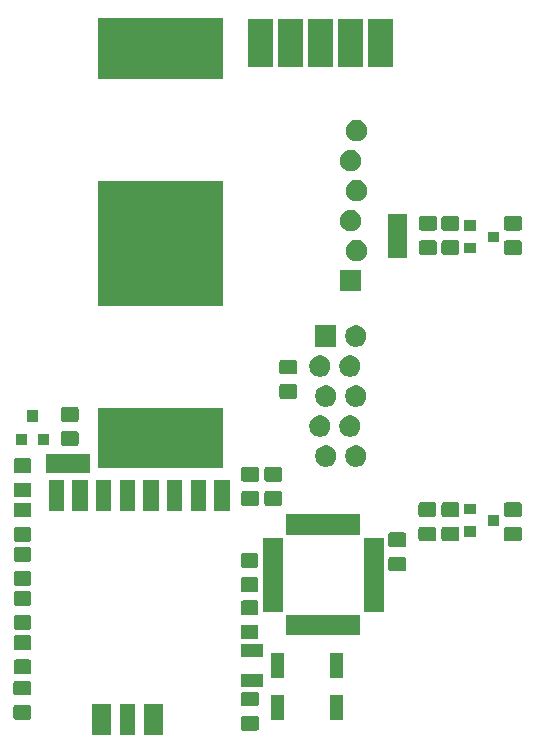
<source format=gts>
G04 #@! TF.GenerationSoftware,KiCad,Pcbnew,(5.1.5)-3*
G04 #@! TF.CreationDate,2020-04-01T21:27:10+02:00*
G04 #@! TF.ProjectId,RHS_3,5248535f-332e-46b6-9963-61645f706362,rev?*
G04 #@! TF.SameCoordinates,Original*
G04 #@! TF.FileFunction,Soldermask,Top*
G04 #@! TF.FilePolarity,Negative*
%FSLAX46Y46*%
G04 Gerber Fmt 4.6, Leading zero omitted, Abs format (unit mm)*
G04 Created by KiCad (PCBNEW (5.1.5)-3) date 2020-04-01 21:27:10*
%MOMM*%
%LPD*%
G04 APERTURE LIST*
%ADD10C,0.100000*%
G04 APERTURE END LIST*
D10*
G36*
X68601000Y-130213000D02*
G01*
X66999000Y-130213000D01*
X66999000Y-127587000D01*
X68601000Y-127587000D01*
X68601000Y-130213000D01*
G37*
G36*
X73001000Y-130213000D02*
G01*
X71399000Y-130213000D01*
X71399000Y-127587000D01*
X73001000Y-127587000D01*
X73001000Y-130213000D01*
G37*
G36*
X70651000Y-130213000D02*
G01*
X69349000Y-130213000D01*
X69349000Y-127587000D01*
X70651000Y-127587000D01*
X70651000Y-130213000D01*
G37*
G36*
X80963674Y-128553465D02*
G01*
X81001367Y-128564899D01*
X81036103Y-128583466D01*
X81066548Y-128608452D01*
X81091534Y-128638897D01*
X81110101Y-128673633D01*
X81121535Y-128711326D01*
X81126000Y-128756661D01*
X81126000Y-129593339D01*
X81121535Y-129638674D01*
X81110101Y-129676367D01*
X81091534Y-129711103D01*
X81066548Y-129741548D01*
X81036103Y-129766534D01*
X81001367Y-129785101D01*
X80963674Y-129796535D01*
X80918339Y-129801000D01*
X79831661Y-129801000D01*
X79786326Y-129796535D01*
X79748633Y-129785101D01*
X79713897Y-129766534D01*
X79683452Y-129741548D01*
X79658466Y-129711103D01*
X79639899Y-129676367D01*
X79628465Y-129638674D01*
X79624000Y-129593339D01*
X79624000Y-128756661D01*
X79628465Y-128711326D01*
X79639899Y-128673633D01*
X79658466Y-128638897D01*
X79683452Y-128608452D01*
X79713897Y-128583466D01*
X79748633Y-128564899D01*
X79786326Y-128553465D01*
X79831661Y-128549000D01*
X80918339Y-128549000D01*
X80963674Y-128553465D01*
G37*
G36*
X83251000Y-128876000D02*
G01*
X82149000Y-128876000D01*
X82149000Y-126774000D01*
X83251000Y-126774000D01*
X83251000Y-128876000D01*
G37*
G36*
X61688674Y-127628465D02*
G01*
X61726367Y-127639899D01*
X61761103Y-127658466D01*
X61791548Y-127683452D01*
X61816534Y-127713897D01*
X61835101Y-127748633D01*
X61846535Y-127786326D01*
X61851000Y-127831661D01*
X61851000Y-128668339D01*
X61846535Y-128713674D01*
X61835101Y-128751367D01*
X61816534Y-128786103D01*
X61791548Y-128816548D01*
X61761103Y-128841534D01*
X61726367Y-128860101D01*
X61688674Y-128871535D01*
X61643339Y-128876000D01*
X60556661Y-128876000D01*
X60511326Y-128871535D01*
X60473633Y-128860101D01*
X60438897Y-128841534D01*
X60408452Y-128816548D01*
X60383466Y-128786103D01*
X60364899Y-128751367D01*
X60353465Y-128713674D01*
X60349000Y-128668339D01*
X60349000Y-127831661D01*
X60353465Y-127786326D01*
X60364899Y-127748633D01*
X60383466Y-127713897D01*
X60408452Y-127683452D01*
X60438897Y-127658466D01*
X60473633Y-127639899D01*
X60511326Y-127628465D01*
X60556661Y-127624000D01*
X61643339Y-127624000D01*
X61688674Y-127628465D01*
G37*
G36*
X88251000Y-128876000D02*
G01*
X87149000Y-128876000D01*
X87149000Y-126774000D01*
X88251000Y-126774000D01*
X88251000Y-128876000D01*
G37*
G36*
X80963674Y-126503465D02*
G01*
X81001367Y-126514899D01*
X81036103Y-126533466D01*
X81066548Y-126558452D01*
X81091534Y-126588897D01*
X81110101Y-126623633D01*
X81121535Y-126661326D01*
X81126000Y-126706661D01*
X81126000Y-127543339D01*
X81121535Y-127588674D01*
X81110101Y-127626367D01*
X81091534Y-127661103D01*
X81066548Y-127691548D01*
X81036103Y-127716534D01*
X81001367Y-127735101D01*
X80963674Y-127746535D01*
X80918339Y-127751000D01*
X79831661Y-127751000D01*
X79786326Y-127746535D01*
X79748633Y-127735101D01*
X79713897Y-127716534D01*
X79683452Y-127691548D01*
X79658466Y-127661103D01*
X79639899Y-127626367D01*
X79628465Y-127588674D01*
X79624000Y-127543339D01*
X79624000Y-126706661D01*
X79628465Y-126661326D01*
X79639899Y-126623633D01*
X79658466Y-126588897D01*
X79683452Y-126558452D01*
X79713897Y-126533466D01*
X79748633Y-126514899D01*
X79786326Y-126503465D01*
X79831661Y-126499000D01*
X80918339Y-126499000D01*
X80963674Y-126503465D01*
G37*
G36*
X61688674Y-125578465D02*
G01*
X61726367Y-125589899D01*
X61761103Y-125608466D01*
X61791548Y-125633452D01*
X61816534Y-125663897D01*
X61835101Y-125698633D01*
X61846535Y-125736326D01*
X61851000Y-125781661D01*
X61851000Y-126618339D01*
X61846535Y-126663674D01*
X61835101Y-126701367D01*
X61816534Y-126736103D01*
X61791548Y-126766548D01*
X61761103Y-126791534D01*
X61726367Y-126810101D01*
X61688674Y-126821535D01*
X61643339Y-126826000D01*
X60556661Y-126826000D01*
X60511326Y-126821535D01*
X60473633Y-126810101D01*
X60438897Y-126791534D01*
X60408452Y-126766548D01*
X60383466Y-126736103D01*
X60364899Y-126701367D01*
X60353465Y-126663674D01*
X60349000Y-126618339D01*
X60349000Y-125781661D01*
X60353465Y-125736326D01*
X60364899Y-125698633D01*
X60383466Y-125663897D01*
X60408452Y-125633452D01*
X60438897Y-125608466D01*
X60473633Y-125589899D01*
X60511326Y-125578465D01*
X60556661Y-125574000D01*
X61643339Y-125574000D01*
X61688674Y-125578465D01*
G37*
G36*
X81501000Y-126076000D02*
G01*
X79599000Y-126076000D01*
X79599000Y-124974000D01*
X81501000Y-124974000D01*
X81501000Y-126076000D01*
G37*
G36*
X88226000Y-125351000D02*
G01*
X87124000Y-125351000D01*
X87124000Y-123249000D01*
X88226000Y-123249000D01*
X88226000Y-125351000D01*
G37*
G36*
X83226000Y-125351000D02*
G01*
X82124000Y-125351000D01*
X82124000Y-123249000D01*
X83226000Y-123249000D01*
X83226000Y-125351000D01*
G37*
G36*
X61713674Y-123778465D02*
G01*
X61751367Y-123789899D01*
X61786103Y-123808466D01*
X61816548Y-123833452D01*
X61841534Y-123863897D01*
X61860101Y-123898633D01*
X61871535Y-123936326D01*
X61876000Y-123981661D01*
X61876000Y-124818339D01*
X61871535Y-124863674D01*
X61860101Y-124901367D01*
X61841534Y-124936103D01*
X61816548Y-124966548D01*
X61786103Y-124991534D01*
X61751367Y-125010101D01*
X61713674Y-125021535D01*
X61668339Y-125026000D01*
X60581661Y-125026000D01*
X60536326Y-125021535D01*
X60498633Y-125010101D01*
X60463897Y-124991534D01*
X60433452Y-124966548D01*
X60408466Y-124936103D01*
X60389899Y-124901367D01*
X60378465Y-124863674D01*
X60374000Y-124818339D01*
X60374000Y-123981661D01*
X60378465Y-123936326D01*
X60389899Y-123898633D01*
X60408466Y-123863897D01*
X60433452Y-123833452D01*
X60463897Y-123808466D01*
X60498633Y-123789899D01*
X60536326Y-123778465D01*
X60581661Y-123774000D01*
X61668339Y-123774000D01*
X61713674Y-123778465D01*
G37*
G36*
X81501000Y-123576000D02*
G01*
X79599000Y-123576000D01*
X79599000Y-122474000D01*
X81501000Y-122474000D01*
X81501000Y-123576000D01*
G37*
G36*
X61713674Y-121728465D02*
G01*
X61751367Y-121739899D01*
X61786103Y-121758466D01*
X61816548Y-121783452D01*
X61841534Y-121813897D01*
X61860101Y-121848633D01*
X61871535Y-121886326D01*
X61876000Y-121931661D01*
X61876000Y-122768339D01*
X61871535Y-122813674D01*
X61860101Y-122851367D01*
X61841534Y-122886103D01*
X61816548Y-122916548D01*
X61786103Y-122941534D01*
X61751367Y-122960101D01*
X61713674Y-122971535D01*
X61668339Y-122976000D01*
X60581661Y-122976000D01*
X60536326Y-122971535D01*
X60498633Y-122960101D01*
X60463897Y-122941534D01*
X60433452Y-122916548D01*
X60408466Y-122886103D01*
X60389899Y-122851367D01*
X60378465Y-122813674D01*
X60374000Y-122768339D01*
X60374000Y-121931661D01*
X60378465Y-121886326D01*
X60389899Y-121848633D01*
X60408466Y-121813897D01*
X60433452Y-121783452D01*
X60463897Y-121758466D01*
X60498633Y-121739899D01*
X60536326Y-121728465D01*
X60581661Y-121724000D01*
X61668339Y-121724000D01*
X61713674Y-121728465D01*
G37*
G36*
X80938674Y-120828465D02*
G01*
X80976367Y-120839899D01*
X81011103Y-120858466D01*
X81041548Y-120883452D01*
X81066534Y-120913897D01*
X81085101Y-120948633D01*
X81096535Y-120986326D01*
X81101000Y-121031661D01*
X81101000Y-121868339D01*
X81096535Y-121913674D01*
X81085101Y-121951367D01*
X81066534Y-121986103D01*
X81041548Y-122016548D01*
X81011103Y-122041534D01*
X80976367Y-122060101D01*
X80938674Y-122071535D01*
X80893339Y-122076000D01*
X79806661Y-122076000D01*
X79761326Y-122071535D01*
X79723633Y-122060101D01*
X79688897Y-122041534D01*
X79658452Y-122016548D01*
X79633466Y-121986103D01*
X79614899Y-121951367D01*
X79603465Y-121913674D01*
X79599000Y-121868339D01*
X79599000Y-121031661D01*
X79603465Y-120986326D01*
X79614899Y-120948633D01*
X79633466Y-120913897D01*
X79658452Y-120883452D01*
X79688897Y-120858466D01*
X79723633Y-120839899D01*
X79761326Y-120828465D01*
X79806661Y-120824000D01*
X80893339Y-120824000D01*
X80938674Y-120828465D01*
G37*
G36*
X89726000Y-121701000D02*
G01*
X83474000Y-121701000D01*
X83474000Y-119999000D01*
X89726000Y-119999000D01*
X89726000Y-121701000D01*
G37*
G36*
X61713674Y-120028465D02*
G01*
X61751367Y-120039899D01*
X61786103Y-120058466D01*
X61816548Y-120083452D01*
X61841534Y-120113897D01*
X61860101Y-120148633D01*
X61871535Y-120186326D01*
X61876000Y-120231661D01*
X61876000Y-121068339D01*
X61871535Y-121113674D01*
X61860101Y-121151367D01*
X61841534Y-121186103D01*
X61816548Y-121216548D01*
X61786103Y-121241534D01*
X61751367Y-121260101D01*
X61713674Y-121271535D01*
X61668339Y-121276000D01*
X60581661Y-121276000D01*
X60536326Y-121271535D01*
X60498633Y-121260101D01*
X60463897Y-121241534D01*
X60433452Y-121216548D01*
X60408466Y-121186103D01*
X60389899Y-121151367D01*
X60378465Y-121113674D01*
X60374000Y-121068339D01*
X60374000Y-120231661D01*
X60378465Y-120186326D01*
X60389899Y-120148633D01*
X60408466Y-120113897D01*
X60433452Y-120083452D01*
X60463897Y-120058466D01*
X60498633Y-120039899D01*
X60536326Y-120028465D01*
X60581661Y-120024000D01*
X61668339Y-120024000D01*
X61713674Y-120028465D01*
G37*
G36*
X80938674Y-118778465D02*
G01*
X80976367Y-118789899D01*
X81011103Y-118808466D01*
X81041548Y-118833452D01*
X81066534Y-118863897D01*
X81085101Y-118898633D01*
X81096535Y-118936326D01*
X81101000Y-118981661D01*
X81101000Y-119818339D01*
X81096535Y-119863674D01*
X81085101Y-119901367D01*
X81066534Y-119936103D01*
X81041548Y-119966548D01*
X81011103Y-119991534D01*
X80976367Y-120010101D01*
X80938674Y-120021535D01*
X80893339Y-120026000D01*
X79806661Y-120026000D01*
X79761326Y-120021535D01*
X79723633Y-120010101D01*
X79688897Y-119991534D01*
X79658452Y-119966548D01*
X79633466Y-119936103D01*
X79614899Y-119901367D01*
X79603465Y-119863674D01*
X79599000Y-119818339D01*
X79599000Y-118981661D01*
X79603465Y-118936326D01*
X79614899Y-118898633D01*
X79633466Y-118863897D01*
X79658452Y-118833452D01*
X79688897Y-118808466D01*
X79723633Y-118789899D01*
X79761326Y-118778465D01*
X79806661Y-118774000D01*
X80893339Y-118774000D01*
X80938674Y-118778465D01*
G37*
G36*
X91701000Y-119726000D02*
G01*
X89999000Y-119726000D01*
X89999000Y-113474000D01*
X91701000Y-113474000D01*
X91701000Y-119726000D01*
G37*
G36*
X83201000Y-119726000D02*
G01*
X81499000Y-119726000D01*
X81499000Y-113474000D01*
X83201000Y-113474000D01*
X83201000Y-119726000D01*
G37*
G36*
X61713674Y-117978465D02*
G01*
X61751367Y-117989899D01*
X61786103Y-118008466D01*
X61816548Y-118033452D01*
X61841534Y-118063897D01*
X61860101Y-118098633D01*
X61871535Y-118136326D01*
X61876000Y-118181661D01*
X61876000Y-119018339D01*
X61871535Y-119063674D01*
X61860101Y-119101367D01*
X61841534Y-119136103D01*
X61816548Y-119166548D01*
X61786103Y-119191534D01*
X61751367Y-119210101D01*
X61713674Y-119221535D01*
X61668339Y-119226000D01*
X60581661Y-119226000D01*
X60536326Y-119221535D01*
X60498633Y-119210101D01*
X60463897Y-119191534D01*
X60433452Y-119166548D01*
X60408466Y-119136103D01*
X60389899Y-119101367D01*
X60378465Y-119063674D01*
X60374000Y-119018339D01*
X60374000Y-118181661D01*
X60378465Y-118136326D01*
X60389899Y-118098633D01*
X60408466Y-118063897D01*
X60433452Y-118033452D01*
X60463897Y-118008466D01*
X60498633Y-117989899D01*
X60536326Y-117978465D01*
X60581661Y-117974000D01*
X61668339Y-117974000D01*
X61713674Y-117978465D01*
G37*
G36*
X80938674Y-116828465D02*
G01*
X80976367Y-116839899D01*
X81011103Y-116858466D01*
X81041548Y-116883452D01*
X81066534Y-116913897D01*
X81085101Y-116948633D01*
X81096535Y-116986326D01*
X81101000Y-117031661D01*
X81101000Y-117868339D01*
X81096535Y-117913674D01*
X81085101Y-117951367D01*
X81066534Y-117986103D01*
X81041548Y-118016548D01*
X81011103Y-118041534D01*
X80976367Y-118060101D01*
X80938674Y-118071535D01*
X80893339Y-118076000D01*
X79806661Y-118076000D01*
X79761326Y-118071535D01*
X79723633Y-118060101D01*
X79688897Y-118041534D01*
X79658452Y-118016548D01*
X79633466Y-117986103D01*
X79614899Y-117951367D01*
X79603465Y-117913674D01*
X79599000Y-117868339D01*
X79599000Y-117031661D01*
X79603465Y-116986326D01*
X79614899Y-116948633D01*
X79633466Y-116913897D01*
X79658452Y-116883452D01*
X79688897Y-116858466D01*
X79723633Y-116839899D01*
X79761326Y-116828465D01*
X79806661Y-116824000D01*
X80893339Y-116824000D01*
X80938674Y-116828465D01*
G37*
G36*
X61713674Y-116303465D02*
G01*
X61751367Y-116314899D01*
X61786103Y-116333466D01*
X61816548Y-116358452D01*
X61841534Y-116388897D01*
X61860101Y-116423633D01*
X61871535Y-116461326D01*
X61876000Y-116506661D01*
X61876000Y-117343339D01*
X61871535Y-117388674D01*
X61860101Y-117426367D01*
X61841534Y-117461103D01*
X61816548Y-117491548D01*
X61786103Y-117516534D01*
X61751367Y-117535101D01*
X61713674Y-117546535D01*
X61668339Y-117551000D01*
X60581661Y-117551000D01*
X60536326Y-117546535D01*
X60498633Y-117535101D01*
X60463897Y-117516534D01*
X60433452Y-117491548D01*
X60408466Y-117461103D01*
X60389899Y-117426367D01*
X60378465Y-117388674D01*
X60374000Y-117343339D01*
X60374000Y-116506661D01*
X60378465Y-116461326D01*
X60389899Y-116423633D01*
X60408466Y-116388897D01*
X60433452Y-116358452D01*
X60463897Y-116333466D01*
X60498633Y-116314899D01*
X60536326Y-116303465D01*
X60581661Y-116299000D01*
X61668339Y-116299000D01*
X61713674Y-116303465D01*
G37*
G36*
X93438674Y-115078465D02*
G01*
X93476367Y-115089899D01*
X93511103Y-115108466D01*
X93541548Y-115133452D01*
X93566534Y-115163897D01*
X93585101Y-115198633D01*
X93596535Y-115236326D01*
X93601000Y-115281661D01*
X93601000Y-116118339D01*
X93596535Y-116163674D01*
X93585101Y-116201367D01*
X93566534Y-116236103D01*
X93541548Y-116266548D01*
X93511103Y-116291534D01*
X93476367Y-116310101D01*
X93438674Y-116321535D01*
X93393339Y-116326000D01*
X92306661Y-116326000D01*
X92261326Y-116321535D01*
X92223633Y-116310101D01*
X92188897Y-116291534D01*
X92158452Y-116266548D01*
X92133466Y-116236103D01*
X92114899Y-116201367D01*
X92103465Y-116163674D01*
X92099000Y-116118339D01*
X92099000Y-115281661D01*
X92103465Y-115236326D01*
X92114899Y-115198633D01*
X92133466Y-115163897D01*
X92158452Y-115133452D01*
X92188897Y-115108466D01*
X92223633Y-115089899D01*
X92261326Y-115078465D01*
X92306661Y-115074000D01*
X93393339Y-115074000D01*
X93438674Y-115078465D01*
G37*
G36*
X80938674Y-114778465D02*
G01*
X80976367Y-114789899D01*
X81011103Y-114808466D01*
X81041548Y-114833452D01*
X81066534Y-114863897D01*
X81085101Y-114898633D01*
X81096535Y-114936326D01*
X81101000Y-114981661D01*
X81101000Y-115818339D01*
X81096535Y-115863674D01*
X81085101Y-115901367D01*
X81066534Y-115936103D01*
X81041548Y-115966548D01*
X81011103Y-115991534D01*
X80976367Y-116010101D01*
X80938674Y-116021535D01*
X80893339Y-116026000D01*
X79806661Y-116026000D01*
X79761326Y-116021535D01*
X79723633Y-116010101D01*
X79688897Y-115991534D01*
X79658452Y-115966548D01*
X79633466Y-115936103D01*
X79614899Y-115901367D01*
X79603465Y-115863674D01*
X79599000Y-115818339D01*
X79599000Y-114981661D01*
X79603465Y-114936326D01*
X79614899Y-114898633D01*
X79633466Y-114863897D01*
X79658452Y-114833452D01*
X79688897Y-114808466D01*
X79723633Y-114789899D01*
X79761326Y-114778465D01*
X79806661Y-114774000D01*
X80893339Y-114774000D01*
X80938674Y-114778465D01*
G37*
G36*
X61713674Y-114253465D02*
G01*
X61751367Y-114264899D01*
X61786103Y-114283466D01*
X61816548Y-114308452D01*
X61841534Y-114338897D01*
X61860101Y-114373633D01*
X61871535Y-114411326D01*
X61876000Y-114456661D01*
X61876000Y-115293339D01*
X61871535Y-115338674D01*
X61860101Y-115376367D01*
X61841534Y-115411103D01*
X61816548Y-115441548D01*
X61786103Y-115466534D01*
X61751367Y-115485101D01*
X61713674Y-115496535D01*
X61668339Y-115501000D01*
X60581661Y-115501000D01*
X60536326Y-115496535D01*
X60498633Y-115485101D01*
X60463897Y-115466534D01*
X60433452Y-115441548D01*
X60408466Y-115411103D01*
X60389899Y-115376367D01*
X60378465Y-115338674D01*
X60374000Y-115293339D01*
X60374000Y-114456661D01*
X60378465Y-114411326D01*
X60389899Y-114373633D01*
X60408466Y-114338897D01*
X60433452Y-114308452D01*
X60463897Y-114283466D01*
X60498633Y-114264899D01*
X60536326Y-114253465D01*
X60581661Y-114249000D01*
X61668339Y-114249000D01*
X61713674Y-114253465D01*
G37*
G36*
X93438674Y-113028465D02*
G01*
X93476367Y-113039899D01*
X93511103Y-113058466D01*
X93541548Y-113083452D01*
X93566534Y-113113897D01*
X93585101Y-113148633D01*
X93596535Y-113186326D01*
X93601000Y-113231661D01*
X93601000Y-114068339D01*
X93596535Y-114113674D01*
X93585101Y-114151367D01*
X93566534Y-114186103D01*
X93541548Y-114216548D01*
X93511103Y-114241534D01*
X93476367Y-114260101D01*
X93438674Y-114271535D01*
X93393339Y-114276000D01*
X92306661Y-114276000D01*
X92261326Y-114271535D01*
X92223633Y-114260101D01*
X92188897Y-114241534D01*
X92158452Y-114216548D01*
X92133466Y-114186103D01*
X92114899Y-114151367D01*
X92103465Y-114113674D01*
X92099000Y-114068339D01*
X92099000Y-113231661D01*
X92103465Y-113186326D01*
X92114899Y-113148633D01*
X92133466Y-113113897D01*
X92158452Y-113083452D01*
X92188897Y-113058466D01*
X92223633Y-113039899D01*
X92261326Y-113028465D01*
X92306661Y-113024000D01*
X93393339Y-113024000D01*
X93438674Y-113028465D01*
G37*
G36*
X61713674Y-112553465D02*
G01*
X61751367Y-112564899D01*
X61786103Y-112583466D01*
X61816548Y-112608452D01*
X61841534Y-112638897D01*
X61860101Y-112673633D01*
X61871535Y-112711326D01*
X61876000Y-112756661D01*
X61876000Y-113593339D01*
X61871535Y-113638674D01*
X61860101Y-113676367D01*
X61841534Y-113711103D01*
X61816548Y-113741548D01*
X61786103Y-113766534D01*
X61751367Y-113785101D01*
X61713674Y-113796535D01*
X61668339Y-113801000D01*
X60581661Y-113801000D01*
X60536326Y-113796535D01*
X60498633Y-113785101D01*
X60463897Y-113766534D01*
X60433452Y-113741548D01*
X60408466Y-113711103D01*
X60389899Y-113676367D01*
X60378465Y-113638674D01*
X60374000Y-113593339D01*
X60374000Y-112756661D01*
X60378465Y-112711326D01*
X60389899Y-112673633D01*
X60408466Y-112638897D01*
X60433452Y-112608452D01*
X60463897Y-112583466D01*
X60498633Y-112564899D01*
X60536326Y-112553465D01*
X60581661Y-112549000D01*
X61668339Y-112549000D01*
X61713674Y-112553465D01*
G37*
G36*
X95988674Y-112528465D02*
G01*
X96026367Y-112539899D01*
X96061103Y-112558466D01*
X96091548Y-112583452D01*
X96116534Y-112613897D01*
X96135101Y-112648633D01*
X96146535Y-112686326D01*
X96151000Y-112731661D01*
X96151000Y-113568339D01*
X96146535Y-113613674D01*
X96135101Y-113651367D01*
X96116534Y-113686103D01*
X96091548Y-113716548D01*
X96061103Y-113741534D01*
X96026367Y-113760101D01*
X95988674Y-113771535D01*
X95943339Y-113776000D01*
X94856661Y-113776000D01*
X94811326Y-113771535D01*
X94773633Y-113760101D01*
X94738897Y-113741534D01*
X94708452Y-113716548D01*
X94683466Y-113686103D01*
X94664899Y-113651367D01*
X94653465Y-113613674D01*
X94649000Y-113568339D01*
X94649000Y-112731661D01*
X94653465Y-112686326D01*
X94664899Y-112648633D01*
X94683466Y-112613897D01*
X94708452Y-112583452D01*
X94738897Y-112558466D01*
X94773633Y-112539899D01*
X94811326Y-112528465D01*
X94856661Y-112524000D01*
X95943339Y-112524000D01*
X95988674Y-112528465D01*
G37*
G36*
X97938674Y-112528465D02*
G01*
X97976367Y-112539899D01*
X98011103Y-112558466D01*
X98041548Y-112583452D01*
X98066534Y-112613897D01*
X98085101Y-112648633D01*
X98096535Y-112686326D01*
X98101000Y-112731661D01*
X98101000Y-113568339D01*
X98096535Y-113613674D01*
X98085101Y-113651367D01*
X98066534Y-113686103D01*
X98041548Y-113716548D01*
X98011103Y-113741534D01*
X97976367Y-113760101D01*
X97938674Y-113771535D01*
X97893339Y-113776000D01*
X96806661Y-113776000D01*
X96761326Y-113771535D01*
X96723633Y-113760101D01*
X96688897Y-113741534D01*
X96658452Y-113716548D01*
X96633466Y-113686103D01*
X96614899Y-113651367D01*
X96603465Y-113613674D01*
X96599000Y-113568339D01*
X96599000Y-112731661D01*
X96603465Y-112686326D01*
X96614899Y-112648633D01*
X96633466Y-112613897D01*
X96658452Y-112583452D01*
X96688897Y-112558466D01*
X96723633Y-112539899D01*
X96761326Y-112528465D01*
X96806661Y-112524000D01*
X97893339Y-112524000D01*
X97938674Y-112528465D01*
G37*
G36*
X103238674Y-112528465D02*
G01*
X103276367Y-112539899D01*
X103311103Y-112558466D01*
X103341548Y-112583452D01*
X103366534Y-112613897D01*
X103385101Y-112648633D01*
X103396535Y-112686326D01*
X103401000Y-112731661D01*
X103401000Y-113568339D01*
X103396535Y-113613674D01*
X103385101Y-113651367D01*
X103366534Y-113686103D01*
X103341548Y-113716548D01*
X103311103Y-113741534D01*
X103276367Y-113760101D01*
X103238674Y-113771535D01*
X103193339Y-113776000D01*
X102106661Y-113776000D01*
X102061326Y-113771535D01*
X102023633Y-113760101D01*
X101988897Y-113741534D01*
X101958452Y-113716548D01*
X101933466Y-113686103D01*
X101914899Y-113651367D01*
X101903465Y-113613674D01*
X101899000Y-113568339D01*
X101899000Y-112731661D01*
X101903465Y-112686326D01*
X101914899Y-112648633D01*
X101933466Y-112613897D01*
X101958452Y-112583452D01*
X101988897Y-112558466D01*
X102023633Y-112539899D01*
X102061326Y-112528465D01*
X102106661Y-112524000D01*
X103193339Y-112524000D01*
X103238674Y-112528465D01*
G37*
G36*
X99501000Y-113401000D02*
G01*
X98499000Y-113401000D01*
X98499000Y-112499000D01*
X99501000Y-112499000D01*
X99501000Y-113401000D01*
G37*
G36*
X89726000Y-113201000D02*
G01*
X83474000Y-113201000D01*
X83474000Y-111499000D01*
X89726000Y-111499000D01*
X89726000Y-113201000D01*
G37*
G36*
X101501000Y-112451000D02*
G01*
X100499000Y-112451000D01*
X100499000Y-111549000D01*
X101501000Y-111549000D01*
X101501000Y-112451000D01*
G37*
G36*
X61713674Y-110503465D02*
G01*
X61751367Y-110514899D01*
X61786103Y-110533466D01*
X61816548Y-110558452D01*
X61841534Y-110588897D01*
X61860101Y-110623633D01*
X61871535Y-110661326D01*
X61876000Y-110706661D01*
X61876000Y-111543339D01*
X61871535Y-111588674D01*
X61860101Y-111626367D01*
X61841534Y-111661103D01*
X61816548Y-111691548D01*
X61786103Y-111716534D01*
X61751367Y-111735101D01*
X61713674Y-111746535D01*
X61668339Y-111751000D01*
X60581661Y-111751000D01*
X60536326Y-111746535D01*
X60498633Y-111735101D01*
X60463897Y-111716534D01*
X60433452Y-111691548D01*
X60408466Y-111661103D01*
X60389899Y-111626367D01*
X60378465Y-111588674D01*
X60374000Y-111543339D01*
X60374000Y-110706661D01*
X60378465Y-110661326D01*
X60389899Y-110623633D01*
X60408466Y-110588897D01*
X60433452Y-110558452D01*
X60463897Y-110533466D01*
X60498633Y-110514899D01*
X60536326Y-110503465D01*
X60581661Y-110499000D01*
X61668339Y-110499000D01*
X61713674Y-110503465D01*
G37*
G36*
X97938674Y-110478465D02*
G01*
X97976367Y-110489899D01*
X98011103Y-110508466D01*
X98041548Y-110533452D01*
X98066534Y-110563897D01*
X98085101Y-110598633D01*
X98096535Y-110636326D01*
X98101000Y-110681661D01*
X98101000Y-111518339D01*
X98096535Y-111563674D01*
X98085101Y-111601367D01*
X98066534Y-111636103D01*
X98041548Y-111666548D01*
X98011103Y-111691534D01*
X97976367Y-111710101D01*
X97938674Y-111721535D01*
X97893339Y-111726000D01*
X96806661Y-111726000D01*
X96761326Y-111721535D01*
X96723633Y-111710101D01*
X96688897Y-111691534D01*
X96658452Y-111666548D01*
X96633466Y-111636103D01*
X96614899Y-111601367D01*
X96603465Y-111563674D01*
X96599000Y-111518339D01*
X96599000Y-110681661D01*
X96603465Y-110636326D01*
X96614899Y-110598633D01*
X96633466Y-110563897D01*
X96658452Y-110533452D01*
X96688897Y-110508466D01*
X96723633Y-110489899D01*
X96761326Y-110478465D01*
X96806661Y-110474000D01*
X97893339Y-110474000D01*
X97938674Y-110478465D01*
G37*
G36*
X103238674Y-110478465D02*
G01*
X103276367Y-110489899D01*
X103311103Y-110508466D01*
X103341548Y-110533452D01*
X103366534Y-110563897D01*
X103385101Y-110598633D01*
X103396535Y-110636326D01*
X103401000Y-110681661D01*
X103401000Y-111518339D01*
X103396535Y-111563674D01*
X103385101Y-111601367D01*
X103366534Y-111636103D01*
X103341548Y-111666548D01*
X103311103Y-111691534D01*
X103276367Y-111710101D01*
X103238674Y-111721535D01*
X103193339Y-111726000D01*
X102106661Y-111726000D01*
X102061326Y-111721535D01*
X102023633Y-111710101D01*
X101988897Y-111691534D01*
X101958452Y-111666548D01*
X101933466Y-111636103D01*
X101914899Y-111601367D01*
X101903465Y-111563674D01*
X101899000Y-111518339D01*
X101899000Y-110681661D01*
X101903465Y-110636326D01*
X101914899Y-110598633D01*
X101933466Y-110563897D01*
X101958452Y-110533452D01*
X101988897Y-110508466D01*
X102023633Y-110489899D01*
X102061326Y-110478465D01*
X102106661Y-110474000D01*
X103193339Y-110474000D01*
X103238674Y-110478465D01*
G37*
G36*
X95988674Y-110478465D02*
G01*
X96026367Y-110489899D01*
X96061103Y-110508466D01*
X96091548Y-110533452D01*
X96116534Y-110563897D01*
X96135101Y-110598633D01*
X96146535Y-110636326D01*
X96151000Y-110681661D01*
X96151000Y-111518339D01*
X96146535Y-111563674D01*
X96135101Y-111601367D01*
X96116534Y-111636103D01*
X96091548Y-111666548D01*
X96061103Y-111691534D01*
X96026367Y-111710101D01*
X95988674Y-111721535D01*
X95943339Y-111726000D01*
X94856661Y-111726000D01*
X94811326Y-111721535D01*
X94773633Y-111710101D01*
X94738897Y-111691534D01*
X94708452Y-111666548D01*
X94683466Y-111636103D01*
X94664899Y-111601367D01*
X94653465Y-111563674D01*
X94649000Y-111518339D01*
X94649000Y-110681661D01*
X94653465Y-110636326D01*
X94664899Y-110598633D01*
X94683466Y-110563897D01*
X94708452Y-110533452D01*
X94738897Y-110508466D01*
X94773633Y-110489899D01*
X94811326Y-110478465D01*
X94856661Y-110474000D01*
X95943339Y-110474000D01*
X95988674Y-110478465D01*
G37*
G36*
X99501000Y-111501000D02*
G01*
X98499000Y-111501000D01*
X98499000Y-110599000D01*
X99501000Y-110599000D01*
X99501000Y-111501000D01*
G37*
G36*
X78651000Y-111213000D02*
G01*
X77349000Y-111213000D01*
X77349000Y-108587000D01*
X78651000Y-108587000D01*
X78651000Y-111213000D01*
G37*
G36*
X76651000Y-111213000D02*
G01*
X75349000Y-111213000D01*
X75349000Y-108587000D01*
X76651000Y-108587000D01*
X76651000Y-111213000D01*
G37*
G36*
X74651000Y-111213000D02*
G01*
X73349000Y-111213000D01*
X73349000Y-108587000D01*
X74651000Y-108587000D01*
X74651000Y-111213000D01*
G37*
G36*
X72651000Y-111213000D02*
G01*
X71349000Y-111213000D01*
X71349000Y-108587000D01*
X72651000Y-108587000D01*
X72651000Y-111213000D01*
G37*
G36*
X70651000Y-111213000D02*
G01*
X69349000Y-111213000D01*
X69349000Y-108587000D01*
X70651000Y-108587000D01*
X70651000Y-111213000D01*
G37*
G36*
X68651000Y-111213000D02*
G01*
X67349000Y-111213000D01*
X67349000Y-108587000D01*
X68651000Y-108587000D01*
X68651000Y-111213000D01*
G37*
G36*
X66651000Y-111213000D02*
G01*
X65349000Y-111213000D01*
X65349000Y-108587000D01*
X66651000Y-108587000D01*
X66651000Y-111213000D01*
G37*
G36*
X64651000Y-111213000D02*
G01*
X63349000Y-111213000D01*
X63349000Y-108587000D01*
X64651000Y-108587000D01*
X64651000Y-111213000D01*
G37*
G36*
X82938674Y-109528465D02*
G01*
X82976367Y-109539899D01*
X83011103Y-109558466D01*
X83041548Y-109583452D01*
X83066534Y-109613897D01*
X83085101Y-109648633D01*
X83096535Y-109686326D01*
X83101000Y-109731661D01*
X83101000Y-110568339D01*
X83096535Y-110613674D01*
X83085101Y-110651367D01*
X83066534Y-110686103D01*
X83041548Y-110716548D01*
X83011103Y-110741534D01*
X82976367Y-110760101D01*
X82938674Y-110771535D01*
X82893339Y-110776000D01*
X81806661Y-110776000D01*
X81761326Y-110771535D01*
X81723633Y-110760101D01*
X81688897Y-110741534D01*
X81658452Y-110716548D01*
X81633466Y-110686103D01*
X81614899Y-110651367D01*
X81603465Y-110613674D01*
X81599000Y-110568339D01*
X81599000Y-109731661D01*
X81603465Y-109686326D01*
X81614899Y-109648633D01*
X81633466Y-109613897D01*
X81658452Y-109583452D01*
X81688897Y-109558466D01*
X81723633Y-109539899D01*
X81761326Y-109528465D01*
X81806661Y-109524000D01*
X82893339Y-109524000D01*
X82938674Y-109528465D01*
G37*
G36*
X80988674Y-109528465D02*
G01*
X81026367Y-109539899D01*
X81061103Y-109558466D01*
X81091548Y-109583452D01*
X81116534Y-109613897D01*
X81135101Y-109648633D01*
X81146535Y-109686326D01*
X81151000Y-109731661D01*
X81151000Y-110568339D01*
X81146535Y-110613674D01*
X81135101Y-110651367D01*
X81116534Y-110686103D01*
X81091548Y-110716548D01*
X81061103Y-110741534D01*
X81026367Y-110760101D01*
X80988674Y-110771535D01*
X80943339Y-110776000D01*
X79856661Y-110776000D01*
X79811326Y-110771535D01*
X79773633Y-110760101D01*
X79738897Y-110741534D01*
X79708452Y-110716548D01*
X79683466Y-110686103D01*
X79664899Y-110651367D01*
X79653465Y-110613674D01*
X79649000Y-110568339D01*
X79649000Y-109731661D01*
X79653465Y-109686326D01*
X79664899Y-109648633D01*
X79683466Y-109613897D01*
X79708452Y-109583452D01*
X79738897Y-109558466D01*
X79773633Y-109539899D01*
X79811326Y-109528465D01*
X79856661Y-109524000D01*
X80943339Y-109524000D01*
X80988674Y-109528465D01*
G37*
G36*
X61713674Y-108803465D02*
G01*
X61751367Y-108814899D01*
X61786103Y-108833466D01*
X61816548Y-108858452D01*
X61841534Y-108888897D01*
X61860101Y-108923633D01*
X61871535Y-108961326D01*
X61876000Y-109006661D01*
X61876000Y-109843339D01*
X61871535Y-109888674D01*
X61860101Y-109926367D01*
X61841534Y-109961103D01*
X61816548Y-109991548D01*
X61786103Y-110016534D01*
X61751367Y-110035101D01*
X61713674Y-110046535D01*
X61668339Y-110051000D01*
X60581661Y-110051000D01*
X60536326Y-110046535D01*
X60498633Y-110035101D01*
X60463897Y-110016534D01*
X60433452Y-109991548D01*
X60408466Y-109961103D01*
X60389899Y-109926367D01*
X60378465Y-109888674D01*
X60374000Y-109843339D01*
X60374000Y-109006661D01*
X60378465Y-108961326D01*
X60389899Y-108923633D01*
X60408466Y-108888897D01*
X60433452Y-108858452D01*
X60463897Y-108833466D01*
X60498633Y-108814899D01*
X60536326Y-108803465D01*
X60581661Y-108799000D01*
X61668339Y-108799000D01*
X61713674Y-108803465D01*
G37*
G36*
X82938674Y-107478465D02*
G01*
X82976367Y-107489899D01*
X83011103Y-107508466D01*
X83041548Y-107533452D01*
X83066534Y-107563897D01*
X83085101Y-107598633D01*
X83096535Y-107636326D01*
X83101000Y-107681661D01*
X83101000Y-108518339D01*
X83096535Y-108563674D01*
X83085101Y-108601367D01*
X83066534Y-108636103D01*
X83041548Y-108666548D01*
X83011103Y-108691534D01*
X82976367Y-108710101D01*
X82938674Y-108721535D01*
X82893339Y-108726000D01*
X81806661Y-108726000D01*
X81761326Y-108721535D01*
X81723633Y-108710101D01*
X81688897Y-108691534D01*
X81658452Y-108666548D01*
X81633466Y-108636103D01*
X81614899Y-108601367D01*
X81603465Y-108563674D01*
X81599000Y-108518339D01*
X81599000Y-107681661D01*
X81603465Y-107636326D01*
X81614899Y-107598633D01*
X81633466Y-107563897D01*
X81658452Y-107533452D01*
X81688897Y-107508466D01*
X81723633Y-107489899D01*
X81761326Y-107478465D01*
X81806661Y-107474000D01*
X82893339Y-107474000D01*
X82938674Y-107478465D01*
G37*
G36*
X80988674Y-107478465D02*
G01*
X81026367Y-107489899D01*
X81061103Y-107508466D01*
X81091548Y-107533452D01*
X81116534Y-107563897D01*
X81135101Y-107598633D01*
X81146535Y-107636326D01*
X81151000Y-107681661D01*
X81151000Y-108518339D01*
X81146535Y-108563674D01*
X81135101Y-108601367D01*
X81116534Y-108636103D01*
X81091548Y-108666548D01*
X81061103Y-108691534D01*
X81026367Y-108710101D01*
X80988674Y-108721535D01*
X80943339Y-108726000D01*
X79856661Y-108726000D01*
X79811326Y-108721535D01*
X79773633Y-108710101D01*
X79738897Y-108691534D01*
X79708452Y-108666548D01*
X79683466Y-108636103D01*
X79664899Y-108601367D01*
X79653465Y-108563674D01*
X79649000Y-108518339D01*
X79649000Y-107681661D01*
X79653465Y-107636326D01*
X79664899Y-107598633D01*
X79683466Y-107563897D01*
X79708452Y-107533452D01*
X79738897Y-107508466D01*
X79773633Y-107489899D01*
X79811326Y-107478465D01*
X79856661Y-107474000D01*
X80943339Y-107474000D01*
X80988674Y-107478465D01*
G37*
G36*
X61713674Y-106753465D02*
G01*
X61751367Y-106764899D01*
X61786103Y-106783466D01*
X61816548Y-106808452D01*
X61841534Y-106838897D01*
X61860101Y-106873633D01*
X61871535Y-106911326D01*
X61876000Y-106956661D01*
X61876000Y-107793339D01*
X61871535Y-107838674D01*
X61860101Y-107876367D01*
X61841534Y-107911103D01*
X61816548Y-107941548D01*
X61786103Y-107966534D01*
X61751367Y-107985101D01*
X61713674Y-107996535D01*
X61668339Y-108001000D01*
X60581661Y-108001000D01*
X60536326Y-107996535D01*
X60498633Y-107985101D01*
X60463897Y-107966534D01*
X60433452Y-107941548D01*
X60408466Y-107911103D01*
X60389899Y-107876367D01*
X60378465Y-107838674D01*
X60374000Y-107793339D01*
X60374000Y-106956661D01*
X60378465Y-106911326D01*
X60389899Y-106873633D01*
X60408466Y-106838897D01*
X60433452Y-106808452D01*
X60463897Y-106783466D01*
X60498633Y-106764899D01*
X60536326Y-106753465D01*
X60581661Y-106749000D01*
X61668339Y-106749000D01*
X61713674Y-106753465D01*
G37*
G36*
X66826000Y-107951000D02*
G01*
X63124000Y-107951000D01*
X63124000Y-106349000D01*
X66826000Y-106349000D01*
X66826000Y-107951000D01*
G37*
G36*
X78101000Y-107601000D02*
G01*
X67499000Y-107601000D01*
X67499000Y-102499000D01*
X78101000Y-102499000D01*
X78101000Y-107601000D01*
G37*
G36*
X89453512Y-105663927D02*
G01*
X89602812Y-105693624D01*
X89766784Y-105761544D01*
X89914354Y-105860147D01*
X90039853Y-105985646D01*
X90138456Y-106133216D01*
X90206376Y-106297188D01*
X90241000Y-106471259D01*
X90241000Y-106648741D01*
X90206376Y-106822812D01*
X90138456Y-106986784D01*
X90039853Y-107134354D01*
X89914354Y-107259853D01*
X89766784Y-107358456D01*
X89602812Y-107426376D01*
X89453512Y-107456073D01*
X89428742Y-107461000D01*
X89251258Y-107461000D01*
X89226488Y-107456073D01*
X89077188Y-107426376D01*
X88913216Y-107358456D01*
X88765646Y-107259853D01*
X88640147Y-107134354D01*
X88541544Y-106986784D01*
X88473624Y-106822812D01*
X88439000Y-106648741D01*
X88439000Y-106471259D01*
X88473624Y-106297188D01*
X88541544Y-106133216D01*
X88640147Y-105985646D01*
X88765646Y-105860147D01*
X88913216Y-105761544D01*
X89077188Y-105693624D01*
X89226488Y-105663927D01*
X89251258Y-105659000D01*
X89428742Y-105659000D01*
X89453512Y-105663927D01*
G37*
G36*
X86913512Y-105663927D02*
G01*
X87062812Y-105693624D01*
X87226784Y-105761544D01*
X87374354Y-105860147D01*
X87499853Y-105985646D01*
X87598456Y-106133216D01*
X87666376Y-106297188D01*
X87701000Y-106471259D01*
X87701000Y-106648741D01*
X87666376Y-106822812D01*
X87598456Y-106986784D01*
X87499853Y-107134354D01*
X87374354Y-107259853D01*
X87226784Y-107358456D01*
X87062812Y-107426376D01*
X86913512Y-107456073D01*
X86888742Y-107461000D01*
X86711258Y-107461000D01*
X86686488Y-107456073D01*
X86537188Y-107426376D01*
X86373216Y-107358456D01*
X86225646Y-107259853D01*
X86100147Y-107134354D01*
X86001544Y-106986784D01*
X85933624Y-106822812D01*
X85899000Y-106648741D01*
X85899000Y-106471259D01*
X85933624Y-106297188D01*
X86001544Y-106133216D01*
X86100147Y-105985646D01*
X86225646Y-105860147D01*
X86373216Y-105761544D01*
X86537188Y-105693624D01*
X86686488Y-105663927D01*
X86711258Y-105659000D01*
X86888742Y-105659000D01*
X86913512Y-105663927D01*
G37*
G36*
X65713674Y-104453465D02*
G01*
X65751367Y-104464899D01*
X65786103Y-104483466D01*
X65816548Y-104508452D01*
X65841534Y-104538897D01*
X65860101Y-104573633D01*
X65871535Y-104611326D01*
X65876000Y-104656661D01*
X65876000Y-105493339D01*
X65871535Y-105538674D01*
X65860101Y-105576367D01*
X65841534Y-105611103D01*
X65816548Y-105641548D01*
X65786103Y-105666534D01*
X65751367Y-105685101D01*
X65713674Y-105696535D01*
X65668339Y-105701000D01*
X64581661Y-105701000D01*
X64536326Y-105696535D01*
X64498633Y-105685101D01*
X64463897Y-105666534D01*
X64433452Y-105641548D01*
X64408466Y-105611103D01*
X64389899Y-105576367D01*
X64378465Y-105538674D01*
X64374000Y-105493339D01*
X64374000Y-104656661D01*
X64378465Y-104611326D01*
X64389899Y-104573633D01*
X64408466Y-104538897D01*
X64433452Y-104508452D01*
X64463897Y-104483466D01*
X64498633Y-104464899D01*
X64536326Y-104453465D01*
X64581661Y-104449000D01*
X65668339Y-104449000D01*
X65713674Y-104453465D01*
G37*
G36*
X63376000Y-105651000D02*
G01*
X62474000Y-105651000D01*
X62474000Y-104649000D01*
X63376000Y-104649000D01*
X63376000Y-105651000D01*
G37*
G36*
X61476000Y-105651000D02*
G01*
X60574000Y-105651000D01*
X60574000Y-104649000D01*
X61476000Y-104649000D01*
X61476000Y-105651000D01*
G37*
G36*
X88953512Y-103123927D02*
G01*
X89102812Y-103153624D01*
X89266784Y-103221544D01*
X89414354Y-103320147D01*
X89539853Y-103445646D01*
X89638456Y-103593216D01*
X89706376Y-103757188D01*
X89741000Y-103931259D01*
X89741000Y-104108741D01*
X89706376Y-104282812D01*
X89638456Y-104446784D01*
X89539853Y-104594354D01*
X89414354Y-104719853D01*
X89266784Y-104818456D01*
X89102812Y-104886376D01*
X88953512Y-104916073D01*
X88928742Y-104921000D01*
X88751258Y-104921000D01*
X88726488Y-104916073D01*
X88577188Y-104886376D01*
X88413216Y-104818456D01*
X88265646Y-104719853D01*
X88140147Y-104594354D01*
X88041544Y-104446784D01*
X87973624Y-104282812D01*
X87939000Y-104108741D01*
X87939000Y-103931259D01*
X87973624Y-103757188D01*
X88041544Y-103593216D01*
X88140147Y-103445646D01*
X88265646Y-103320147D01*
X88413216Y-103221544D01*
X88577188Y-103153624D01*
X88726488Y-103123927D01*
X88751258Y-103119000D01*
X88928742Y-103119000D01*
X88953512Y-103123927D01*
G37*
G36*
X86413512Y-103123927D02*
G01*
X86562812Y-103153624D01*
X86726784Y-103221544D01*
X86874354Y-103320147D01*
X86999853Y-103445646D01*
X87098456Y-103593216D01*
X87166376Y-103757188D01*
X87201000Y-103931259D01*
X87201000Y-104108741D01*
X87166376Y-104282812D01*
X87098456Y-104446784D01*
X86999853Y-104594354D01*
X86874354Y-104719853D01*
X86726784Y-104818456D01*
X86562812Y-104886376D01*
X86413512Y-104916073D01*
X86388742Y-104921000D01*
X86211258Y-104921000D01*
X86186488Y-104916073D01*
X86037188Y-104886376D01*
X85873216Y-104818456D01*
X85725646Y-104719853D01*
X85600147Y-104594354D01*
X85501544Y-104446784D01*
X85433624Y-104282812D01*
X85399000Y-104108741D01*
X85399000Y-103931259D01*
X85433624Y-103757188D01*
X85501544Y-103593216D01*
X85600147Y-103445646D01*
X85725646Y-103320147D01*
X85873216Y-103221544D01*
X86037188Y-103153624D01*
X86186488Y-103123927D01*
X86211258Y-103119000D01*
X86388742Y-103119000D01*
X86413512Y-103123927D01*
G37*
G36*
X62426000Y-103651000D02*
G01*
X61524000Y-103651000D01*
X61524000Y-102649000D01*
X62426000Y-102649000D01*
X62426000Y-103651000D01*
G37*
G36*
X65713674Y-102403465D02*
G01*
X65751367Y-102414899D01*
X65786103Y-102433466D01*
X65816548Y-102458452D01*
X65841534Y-102488897D01*
X65860101Y-102523633D01*
X65871535Y-102561326D01*
X65876000Y-102606661D01*
X65876000Y-103443339D01*
X65871535Y-103488674D01*
X65860101Y-103526367D01*
X65841534Y-103561103D01*
X65816548Y-103591548D01*
X65786103Y-103616534D01*
X65751367Y-103635101D01*
X65713674Y-103646535D01*
X65668339Y-103651000D01*
X64581661Y-103651000D01*
X64536326Y-103646535D01*
X64498633Y-103635101D01*
X64463897Y-103616534D01*
X64433452Y-103591548D01*
X64408466Y-103561103D01*
X64389899Y-103526367D01*
X64378465Y-103488674D01*
X64374000Y-103443339D01*
X64374000Y-102606661D01*
X64378465Y-102561326D01*
X64389899Y-102523633D01*
X64408466Y-102488897D01*
X64433452Y-102458452D01*
X64463897Y-102433466D01*
X64498633Y-102414899D01*
X64536326Y-102403465D01*
X64581661Y-102399000D01*
X65668339Y-102399000D01*
X65713674Y-102403465D01*
G37*
G36*
X89453512Y-100583927D02*
G01*
X89602812Y-100613624D01*
X89766784Y-100681544D01*
X89914354Y-100780147D01*
X90039853Y-100905646D01*
X90138456Y-101053216D01*
X90206376Y-101217188D01*
X90241000Y-101391259D01*
X90241000Y-101568741D01*
X90206376Y-101742812D01*
X90138456Y-101906784D01*
X90039853Y-102054354D01*
X89914354Y-102179853D01*
X89766784Y-102278456D01*
X89602812Y-102346376D01*
X89453512Y-102376073D01*
X89428742Y-102381000D01*
X89251258Y-102381000D01*
X89226488Y-102376073D01*
X89077188Y-102346376D01*
X88913216Y-102278456D01*
X88765646Y-102179853D01*
X88640147Y-102054354D01*
X88541544Y-101906784D01*
X88473624Y-101742812D01*
X88439000Y-101568741D01*
X88439000Y-101391259D01*
X88473624Y-101217188D01*
X88541544Y-101053216D01*
X88640147Y-100905646D01*
X88765646Y-100780147D01*
X88913216Y-100681544D01*
X89077188Y-100613624D01*
X89226488Y-100583927D01*
X89251258Y-100579000D01*
X89428742Y-100579000D01*
X89453512Y-100583927D01*
G37*
G36*
X86913512Y-100583927D02*
G01*
X87062812Y-100613624D01*
X87226784Y-100681544D01*
X87374354Y-100780147D01*
X87499853Y-100905646D01*
X87598456Y-101053216D01*
X87666376Y-101217188D01*
X87701000Y-101391259D01*
X87701000Y-101568741D01*
X87666376Y-101742812D01*
X87598456Y-101906784D01*
X87499853Y-102054354D01*
X87374354Y-102179853D01*
X87226784Y-102278456D01*
X87062812Y-102346376D01*
X86913512Y-102376073D01*
X86888742Y-102381000D01*
X86711258Y-102381000D01*
X86686488Y-102376073D01*
X86537188Y-102346376D01*
X86373216Y-102278456D01*
X86225646Y-102179853D01*
X86100147Y-102054354D01*
X86001544Y-101906784D01*
X85933624Y-101742812D01*
X85899000Y-101568741D01*
X85899000Y-101391259D01*
X85933624Y-101217188D01*
X86001544Y-101053216D01*
X86100147Y-100905646D01*
X86225646Y-100780147D01*
X86373216Y-100681544D01*
X86537188Y-100613624D01*
X86686488Y-100583927D01*
X86711258Y-100579000D01*
X86888742Y-100579000D01*
X86913512Y-100583927D01*
G37*
G36*
X84213674Y-100453465D02*
G01*
X84251367Y-100464899D01*
X84286103Y-100483466D01*
X84316548Y-100508452D01*
X84341534Y-100538897D01*
X84360101Y-100573633D01*
X84371535Y-100611326D01*
X84376000Y-100656661D01*
X84376000Y-101493339D01*
X84371535Y-101538674D01*
X84360101Y-101576367D01*
X84341534Y-101611103D01*
X84316548Y-101641548D01*
X84286103Y-101666534D01*
X84251367Y-101685101D01*
X84213674Y-101696535D01*
X84168339Y-101701000D01*
X83081661Y-101701000D01*
X83036326Y-101696535D01*
X82998633Y-101685101D01*
X82963897Y-101666534D01*
X82933452Y-101641548D01*
X82908466Y-101611103D01*
X82889899Y-101576367D01*
X82878465Y-101538674D01*
X82874000Y-101493339D01*
X82874000Y-100656661D01*
X82878465Y-100611326D01*
X82889899Y-100573633D01*
X82908466Y-100538897D01*
X82933452Y-100508452D01*
X82963897Y-100483466D01*
X82998633Y-100464899D01*
X83036326Y-100453465D01*
X83081661Y-100449000D01*
X84168339Y-100449000D01*
X84213674Y-100453465D01*
G37*
G36*
X88953512Y-98043927D02*
G01*
X89102812Y-98073624D01*
X89266784Y-98141544D01*
X89414354Y-98240147D01*
X89539853Y-98365646D01*
X89638456Y-98513216D01*
X89706376Y-98677188D01*
X89741000Y-98851259D01*
X89741000Y-99028741D01*
X89706376Y-99202812D01*
X89638456Y-99366784D01*
X89539853Y-99514354D01*
X89414354Y-99639853D01*
X89266784Y-99738456D01*
X89102812Y-99806376D01*
X88953512Y-99836073D01*
X88928742Y-99841000D01*
X88751258Y-99841000D01*
X88726488Y-99836073D01*
X88577188Y-99806376D01*
X88413216Y-99738456D01*
X88265646Y-99639853D01*
X88140147Y-99514354D01*
X88041544Y-99366784D01*
X87973624Y-99202812D01*
X87939000Y-99028741D01*
X87939000Y-98851259D01*
X87973624Y-98677188D01*
X88041544Y-98513216D01*
X88140147Y-98365646D01*
X88265646Y-98240147D01*
X88413216Y-98141544D01*
X88577188Y-98073624D01*
X88726488Y-98043927D01*
X88751258Y-98039000D01*
X88928742Y-98039000D01*
X88953512Y-98043927D01*
G37*
G36*
X86413512Y-98043927D02*
G01*
X86562812Y-98073624D01*
X86726784Y-98141544D01*
X86874354Y-98240147D01*
X86999853Y-98365646D01*
X87098456Y-98513216D01*
X87166376Y-98677188D01*
X87201000Y-98851259D01*
X87201000Y-99028741D01*
X87166376Y-99202812D01*
X87098456Y-99366784D01*
X86999853Y-99514354D01*
X86874354Y-99639853D01*
X86726784Y-99738456D01*
X86562812Y-99806376D01*
X86413512Y-99836073D01*
X86388742Y-99841000D01*
X86211258Y-99841000D01*
X86186488Y-99836073D01*
X86037188Y-99806376D01*
X85873216Y-99738456D01*
X85725646Y-99639853D01*
X85600147Y-99514354D01*
X85501544Y-99366784D01*
X85433624Y-99202812D01*
X85399000Y-99028741D01*
X85399000Y-98851259D01*
X85433624Y-98677188D01*
X85501544Y-98513216D01*
X85600147Y-98365646D01*
X85725646Y-98240147D01*
X85873216Y-98141544D01*
X86037188Y-98073624D01*
X86186488Y-98043927D01*
X86211258Y-98039000D01*
X86388742Y-98039000D01*
X86413512Y-98043927D01*
G37*
G36*
X84213674Y-98403465D02*
G01*
X84251367Y-98414899D01*
X84286103Y-98433466D01*
X84316548Y-98458452D01*
X84341534Y-98488897D01*
X84360101Y-98523633D01*
X84371535Y-98561326D01*
X84376000Y-98606661D01*
X84376000Y-99443339D01*
X84371535Y-99488674D01*
X84360101Y-99526367D01*
X84341534Y-99561103D01*
X84316548Y-99591548D01*
X84286103Y-99616534D01*
X84251367Y-99635101D01*
X84213674Y-99646535D01*
X84168339Y-99651000D01*
X83081661Y-99651000D01*
X83036326Y-99646535D01*
X82998633Y-99635101D01*
X82963897Y-99616534D01*
X82933452Y-99591548D01*
X82908466Y-99561103D01*
X82889899Y-99526367D01*
X82878465Y-99488674D01*
X82874000Y-99443339D01*
X82874000Y-98606661D01*
X82878465Y-98561326D01*
X82889899Y-98523633D01*
X82908466Y-98488897D01*
X82933452Y-98458452D01*
X82963897Y-98433466D01*
X82998633Y-98414899D01*
X83036326Y-98403465D01*
X83081661Y-98399000D01*
X84168339Y-98399000D01*
X84213674Y-98403465D01*
G37*
G36*
X87701000Y-97301000D02*
G01*
X85899000Y-97301000D01*
X85899000Y-95499000D01*
X87701000Y-95499000D01*
X87701000Y-97301000D01*
G37*
G36*
X89453512Y-95503927D02*
G01*
X89602812Y-95533624D01*
X89766784Y-95601544D01*
X89914354Y-95700147D01*
X90039853Y-95825646D01*
X90138456Y-95973216D01*
X90206376Y-96137188D01*
X90241000Y-96311259D01*
X90241000Y-96488741D01*
X90206376Y-96662812D01*
X90138456Y-96826784D01*
X90039853Y-96974354D01*
X89914354Y-97099853D01*
X89766784Y-97198456D01*
X89602812Y-97266376D01*
X89453512Y-97296073D01*
X89428742Y-97301000D01*
X89251258Y-97301000D01*
X89226488Y-97296073D01*
X89077188Y-97266376D01*
X88913216Y-97198456D01*
X88765646Y-97099853D01*
X88640147Y-96974354D01*
X88541544Y-96826784D01*
X88473624Y-96662812D01*
X88439000Y-96488741D01*
X88439000Y-96311259D01*
X88473624Y-96137188D01*
X88541544Y-95973216D01*
X88640147Y-95825646D01*
X88765646Y-95700147D01*
X88913216Y-95601544D01*
X89077188Y-95533624D01*
X89226488Y-95503927D01*
X89251258Y-95499000D01*
X89428742Y-95499000D01*
X89453512Y-95503927D01*
G37*
G36*
X78101000Y-93851000D02*
G01*
X67499000Y-93851000D01*
X67499000Y-83249000D01*
X78101000Y-83249000D01*
X78101000Y-93851000D01*
G37*
G36*
X89801000Y-92601000D02*
G01*
X87999000Y-92601000D01*
X87999000Y-90799000D01*
X89801000Y-90799000D01*
X89801000Y-92601000D01*
G37*
G36*
X89513512Y-88263927D02*
G01*
X89662812Y-88293624D01*
X89826784Y-88361544D01*
X89974354Y-88460147D01*
X90099853Y-88585646D01*
X90198456Y-88733216D01*
X90266376Y-88897188D01*
X90296073Y-89046488D01*
X90301000Y-89071258D01*
X90301000Y-89248742D01*
X90296073Y-89273512D01*
X90266376Y-89422812D01*
X90198456Y-89586784D01*
X90099853Y-89734354D01*
X89974354Y-89859853D01*
X89826784Y-89958456D01*
X89662812Y-90026376D01*
X89513512Y-90056073D01*
X89488742Y-90061000D01*
X89311258Y-90061000D01*
X89286488Y-90056073D01*
X89137188Y-90026376D01*
X88973216Y-89958456D01*
X88825646Y-89859853D01*
X88700147Y-89734354D01*
X88601544Y-89586784D01*
X88533624Y-89422812D01*
X88503927Y-89273512D01*
X88499000Y-89248742D01*
X88499000Y-89071258D01*
X88503927Y-89046488D01*
X88533624Y-88897188D01*
X88601544Y-88733216D01*
X88700147Y-88585646D01*
X88825646Y-88460147D01*
X88973216Y-88361544D01*
X89137188Y-88293624D01*
X89286488Y-88263927D01*
X89311258Y-88259000D01*
X89488742Y-88259000D01*
X89513512Y-88263927D01*
G37*
G36*
X93651000Y-89801000D02*
G01*
X92049000Y-89801000D01*
X92049000Y-86099000D01*
X93651000Y-86099000D01*
X93651000Y-89801000D01*
G37*
G36*
X96038674Y-88278465D02*
G01*
X96076367Y-88289899D01*
X96111103Y-88308466D01*
X96141548Y-88333452D01*
X96166534Y-88363897D01*
X96185101Y-88398633D01*
X96196535Y-88436326D01*
X96201000Y-88481661D01*
X96201000Y-89318339D01*
X96196535Y-89363674D01*
X96185101Y-89401367D01*
X96166534Y-89436103D01*
X96141548Y-89466548D01*
X96111103Y-89491534D01*
X96076367Y-89510101D01*
X96038674Y-89521535D01*
X95993339Y-89526000D01*
X94906661Y-89526000D01*
X94861326Y-89521535D01*
X94823633Y-89510101D01*
X94788897Y-89491534D01*
X94758452Y-89466548D01*
X94733466Y-89436103D01*
X94714899Y-89401367D01*
X94703465Y-89363674D01*
X94699000Y-89318339D01*
X94699000Y-88481661D01*
X94703465Y-88436326D01*
X94714899Y-88398633D01*
X94733466Y-88363897D01*
X94758452Y-88333452D01*
X94788897Y-88308466D01*
X94823633Y-88289899D01*
X94861326Y-88278465D01*
X94906661Y-88274000D01*
X95993339Y-88274000D01*
X96038674Y-88278465D01*
G37*
G36*
X97938674Y-88278465D02*
G01*
X97976367Y-88289899D01*
X98011103Y-88308466D01*
X98041548Y-88333452D01*
X98066534Y-88363897D01*
X98085101Y-88398633D01*
X98096535Y-88436326D01*
X98101000Y-88481661D01*
X98101000Y-89318339D01*
X98096535Y-89363674D01*
X98085101Y-89401367D01*
X98066534Y-89436103D01*
X98041548Y-89466548D01*
X98011103Y-89491534D01*
X97976367Y-89510101D01*
X97938674Y-89521535D01*
X97893339Y-89526000D01*
X96806661Y-89526000D01*
X96761326Y-89521535D01*
X96723633Y-89510101D01*
X96688897Y-89491534D01*
X96658452Y-89466548D01*
X96633466Y-89436103D01*
X96614899Y-89401367D01*
X96603465Y-89363674D01*
X96599000Y-89318339D01*
X96599000Y-88481661D01*
X96603465Y-88436326D01*
X96614899Y-88398633D01*
X96633466Y-88363897D01*
X96658452Y-88333452D01*
X96688897Y-88308466D01*
X96723633Y-88289899D01*
X96761326Y-88278465D01*
X96806661Y-88274000D01*
X97893339Y-88274000D01*
X97938674Y-88278465D01*
G37*
G36*
X103238674Y-88278465D02*
G01*
X103276367Y-88289899D01*
X103311103Y-88308466D01*
X103341548Y-88333452D01*
X103366534Y-88363897D01*
X103385101Y-88398633D01*
X103396535Y-88436326D01*
X103401000Y-88481661D01*
X103401000Y-89318339D01*
X103396535Y-89363674D01*
X103385101Y-89401367D01*
X103366534Y-89436103D01*
X103341548Y-89466548D01*
X103311103Y-89491534D01*
X103276367Y-89510101D01*
X103238674Y-89521535D01*
X103193339Y-89526000D01*
X102106661Y-89526000D01*
X102061326Y-89521535D01*
X102023633Y-89510101D01*
X101988897Y-89491534D01*
X101958452Y-89466548D01*
X101933466Y-89436103D01*
X101914899Y-89401367D01*
X101903465Y-89363674D01*
X101899000Y-89318339D01*
X101899000Y-88481661D01*
X101903465Y-88436326D01*
X101914899Y-88398633D01*
X101933466Y-88363897D01*
X101958452Y-88333452D01*
X101988897Y-88308466D01*
X102023633Y-88289899D01*
X102061326Y-88278465D01*
X102106661Y-88274000D01*
X103193339Y-88274000D01*
X103238674Y-88278465D01*
G37*
G36*
X99501000Y-89401000D02*
G01*
X98499000Y-89401000D01*
X98499000Y-88499000D01*
X99501000Y-88499000D01*
X99501000Y-89401000D01*
G37*
G36*
X101501000Y-88451000D02*
G01*
X100499000Y-88451000D01*
X100499000Y-87549000D01*
X101501000Y-87549000D01*
X101501000Y-88451000D01*
G37*
G36*
X89013512Y-85723927D02*
G01*
X89162812Y-85753624D01*
X89326784Y-85821544D01*
X89474354Y-85920147D01*
X89599853Y-86045646D01*
X89698456Y-86193216D01*
X89766376Y-86357188D01*
X89801000Y-86531259D01*
X89801000Y-86708741D01*
X89766376Y-86882812D01*
X89698456Y-87046784D01*
X89599853Y-87194354D01*
X89474354Y-87319853D01*
X89326784Y-87418456D01*
X89162812Y-87486376D01*
X89013512Y-87516073D01*
X88988742Y-87521000D01*
X88811258Y-87521000D01*
X88786488Y-87516073D01*
X88637188Y-87486376D01*
X88473216Y-87418456D01*
X88325646Y-87319853D01*
X88200147Y-87194354D01*
X88101544Y-87046784D01*
X88033624Y-86882812D01*
X87999000Y-86708741D01*
X87999000Y-86531259D01*
X88033624Y-86357188D01*
X88101544Y-86193216D01*
X88200147Y-86045646D01*
X88325646Y-85920147D01*
X88473216Y-85821544D01*
X88637188Y-85753624D01*
X88786488Y-85723927D01*
X88811258Y-85719000D01*
X88988742Y-85719000D01*
X89013512Y-85723927D01*
G37*
G36*
X99501000Y-87501000D02*
G01*
X98499000Y-87501000D01*
X98499000Y-86599000D01*
X99501000Y-86599000D01*
X99501000Y-87501000D01*
G37*
G36*
X96038674Y-86228465D02*
G01*
X96076367Y-86239899D01*
X96111103Y-86258466D01*
X96141548Y-86283452D01*
X96166534Y-86313897D01*
X96185101Y-86348633D01*
X96196535Y-86386326D01*
X96201000Y-86431661D01*
X96201000Y-87268339D01*
X96196535Y-87313674D01*
X96185101Y-87351367D01*
X96166534Y-87386103D01*
X96141548Y-87416548D01*
X96111103Y-87441534D01*
X96076367Y-87460101D01*
X96038674Y-87471535D01*
X95993339Y-87476000D01*
X94906661Y-87476000D01*
X94861326Y-87471535D01*
X94823633Y-87460101D01*
X94788897Y-87441534D01*
X94758452Y-87416548D01*
X94733466Y-87386103D01*
X94714899Y-87351367D01*
X94703465Y-87313674D01*
X94699000Y-87268339D01*
X94699000Y-86431661D01*
X94703465Y-86386326D01*
X94714899Y-86348633D01*
X94733466Y-86313897D01*
X94758452Y-86283452D01*
X94788897Y-86258466D01*
X94823633Y-86239899D01*
X94861326Y-86228465D01*
X94906661Y-86224000D01*
X95993339Y-86224000D01*
X96038674Y-86228465D01*
G37*
G36*
X103238674Y-86228465D02*
G01*
X103276367Y-86239899D01*
X103311103Y-86258466D01*
X103341548Y-86283452D01*
X103366534Y-86313897D01*
X103385101Y-86348633D01*
X103396535Y-86386326D01*
X103401000Y-86431661D01*
X103401000Y-87268339D01*
X103396535Y-87313674D01*
X103385101Y-87351367D01*
X103366534Y-87386103D01*
X103341548Y-87416548D01*
X103311103Y-87441534D01*
X103276367Y-87460101D01*
X103238674Y-87471535D01*
X103193339Y-87476000D01*
X102106661Y-87476000D01*
X102061326Y-87471535D01*
X102023633Y-87460101D01*
X101988897Y-87441534D01*
X101958452Y-87416548D01*
X101933466Y-87386103D01*
X101914899Y-87351367D01*
X101903465Y-87313674D01*
X101899000Y-87268339D01*
X101899000Y-86431661D01*
X101903465Y-86386326D01*
X101914899Y-86348633D01*
X101933466Y-86313897D01*
X101958452Y-86283452D01*
X101988897Y-86258466D01*
X102023633Y-86239899D01*
X102061326Y-86228465D01*
X102106661Y-86224000D01*
X103193339Y-86224000D01*
X103238674Y-86228465D01*
G37*
G36*
X97938674Y-86228465D02*
G01*
X97976367Y-86239899D01*
X98011103Y-86258466D01*
X98041548Y-86283452D01*
X98066534Y-86313897D01*
X98085101Y-86348633D01*
X98096535Y-86386326D01*
X98101000Y-86431661D01*
X98101000Y-87268339D01*
X98096535Y-87313674D01*
X98085101Y-87351367D01*
X98066534Y-87386103D01*
X98041548Y-87416548D01*
X98011103Y-87441534D01*
X97976367Y-87460101D01*
X97938674Y-87471535D01*
X97893339Y-87476000D01*
X96806661Y-87476000D01*
X96761326Y-87471535D01*
X96723633Y-87460101D01*
X96688897Y-87441534D01*
X96658452Y-87416548D01*
X96633466Y-87386103D01*
X96614899Y-87351367D01*
X96603465Y-87313674D01*
X96599000Y-87268339D01*
X96599000Y-86431661D01*
X96603465Y-86386326D01*
X96614899Y-86348633D01*
X96633466Y-86313897D01*
X96658452Y-86283452D01*
X96688897Y-86258466D01*
X96723633Y-86239899D01*
X96761326Y-86228465D01*
X96806661Y-86224000D01*
X97893339Y-86224000D01*
X97938674Y-86228465D01*
G37*
G36*
X89513512Y-83183927D02*
G01*
X89662812Y-83213624D01*
X89826784Y-83281544D01*
X89974354Y-83380147D01*
X90099853Y-83505646D01*
X90198456Y-83653216D01*
X90266376Y-83817188D01*
X90301000Y-83991259D01*
X90301000Y-84168741D01*
X90266376Y-84342812D01*
X90198456Y-84506784D01*
X90099853Y-84654354D01*
X89974354Y-84779853D01*
X89826784Y-84878456D01*
X89662812Y-84946376D01*
X89513512Y-84976073D01*
X89488742Y-84981000D01*
X89311258Y-84981000D01*
X89286488Y-84976073D01*
X89137188Y-84946376D01*
X88973216Y-84878456D01*
X88825646Y-84779853D01*
X88700147Y-84654354D01*
X88601544Y-84506784D01*
X88533624Y-84342812D01*
X88499000Y-84168741D01*
X88499000Y-83991259D01*
X88533624Y-83817188D01*
X88601544Y-83653216D01*
X88700147Y-83505646D01*
X88825646Y-83380147D01*
X88973216Y-83281544D01*
X89137188Y-83213624D01*
X89286488Y-83183927D01*
X89311258Y-83179000D01*
X89488742Y-83179000D01*
X89513512Y-83183927D01*
G37*
G36*
X89013512Y-80643927D02*
G01*
X89162812Y-80673624D01*
X89326784Y-80741544D01*
X89474354Y-80840147D01*
X89599853Y-80965646D01*
X89698456Y-81113216D01*
X89766376Y-81277188D01*
X89801000Y-81451259D01*
X89801000Y-81628741D01*
X89766376Y-81802812D01*
X89698456Y-81966784D01*
X89599853Y-82114354D01*
X89474354Y-82239853D01*
X89326784Y-82338456D01*
X89162812Y-82406376D01*
X89013512Y-82436073D01*
X88988742Y-82441000D01*
X88811258Y-82441000D01*
X88786488Y-82436073D01*
X88637188Y-82406376D01*
X88473216Y-82338456D01*
X88325646Y-82239853D01*
X88200147Y-82114354D01*
X88101544Y-81966784D01*
X88033624Y-81802812D01*
X87999000Y-81628741D01*
X87999000Y-81451259D01*
X88033624Y-81277188D01*
X88101544Y-81113216D01*
X88200147Y-80965646D01*
X88325646Y-80840147D01*
X88473216Y-80741544D01*
X88637188Y-80673624D01*
X88786488Y-80643927D01*
X88811258Y-80639000D01*
X88988742Y-80639000D01*
X89013512Y-80643927D01*
G37*
G36*
X89513512Y-78103927D02*
G01*
X89662812Y-78133624D01*
X89826784Y-78201544D01*
X89974354Y-78300147D01*
X90099853Y-78425646D01*
X90198456Y-78573216D01*
X90266376Y-78737188D01*
X90301000Y-78911259D01*
X90301000Y-79088741D01*
X90266376Y-79262812D01*
X90198456Y-79426784D01*
X90099853Y-79574354D01*
X89974354Y-79699853D01*
X89826784Y-79798456D01*
X89662812Y-79866376D01*
X89513512Y-79896073D01*
X89488742Y-79901000D01*
X89311258Y-79901000D01*
X89286488Y-79896073D01*
X89137188Y-79866376D01*
X88973216Y-79798456D01*
X88825646Y-79699853D01*
X88700147Y-79574354D01*
X88601544Y-79426784D01*
X88533624Y-79262812D01*
X88499000Y-79088741D01*
X88499000Y-78911259D01*
X88533624Y-78737188D01*
X88601544Y-78573216D01*
X88700147Y-78425646D01*
X88825646Y-78300147D01*
X88973216Y-78201544D01*
X89137188Y-78133624D01*
X89286488Y-78103927D01*
X89311258Y-78099000D01*
X89488742Y-78099000D01*
X89513512Y-78103927D01*
G37*
G36*
X78101000Y-74601000D02*
G01*
X67499000Y-74601000D01*
X67499000Y-69499000D01*
X78101000Y-69499000D01*
X78101000Y-74601000D01*
G37*
G36*
X92521000Y-73651000D02*
G01*
X90419000Y-73651000D01*
X90419000Y-69549000D01*
X92521000Y-69549000D01*
X92521000Y-73651000D01*
G37*
G36*
X87441000Y-73651000D02*
G01*
X85339000Y-73651000D01*
X85339000Y-69549000D01*
X87441000Y-69549000D01*
X87441000Y-73651000D01*
G37*
G36*
X89981000Y-73651000D02*
G01*
X87879000Y-73651000D01*
X87879000Y-69549000D01*
X89981000Y-69549000D01*
X89981000Y-73651000D01*
G37*
G36*
X84901000Y-73651000D02*
G01*
X82799000Y-73651000D01*
X82799000Y-69549000D01*
X84901000Y-69549000D01*
X84901000Y-73651000D01*
G37*
G36*
X82361000Y-73651000D02*
G01*
X80259000Y-73651000D01*
X80259000Y-69549000D01*
X82361000Y-69549000D01*
X82361000Y-73651000D01*
G37*
M02*

</source>
